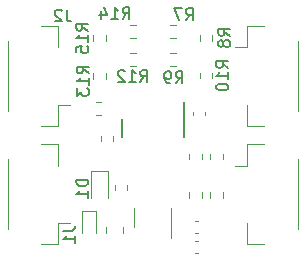
<source format=gbr>
G04 #@! TF.GenerationSoftware,KiCad,Pcbnew,(6.99.0-401-g0aca35bcab)*
G04 #@! TF.CreationDate,2022-01-13T12:34:39+01:00*
G04 #@! TF.ProjectId,TFI2CADT01A,54464932-4341-4445-9430-31412e6b6963,REV*
G04 #@! TF.SameCoordinates,PX78dfd90PY8290510*
G04 #@! TF.FileFunction,Legend,Bot*
G04 #@! TF.FilePolarity,Positive*
%FSLAX46Y46*%
G04 Gerber Fmt 4.6, Leading zero omitted, Abs format (unit mm)*
G04 Created by KiCad (PCBNEW (6.99.0-401-g0aca35bcab)) date 2022-01-13 12:34:39*
%MOMM*%
%LPD*%
G01*
G04 APERTURE LIST*
%ADD10C,0.150000*%
%ADD11C,0.120000*%
G04 APERTURE END LIST*
D10*
G04 #@! TO.C,R7*
X-111440934Y158145219D02*
X-111107601Y158621409D01*
X-110869506Y158145219D02*
X-110869506Y159145219D01*
X-110869506Y159145219D02*
X-111250458Y159145219D01*
X-111250458Y159145219D02*
X-111345696Y159097600D01*
X-111345696Y159097600D02*
X-111393315Y159049980D01*
X-111393315Y159049980D02*
X-111440934Y158954742D01*
X-111440934Y158954742D02*
X-111440934Y158811885D01*
X-111440934Y158811885D02*
X-111393315Y158716647D01*
X-111393315Y158716647D02*
X-111345696Y158669028D01*
X-111345696Y158669028D02*
X-111250458Y158621409D01*
X-111250458Y158621409D02*
X-110869506Y158621409D01*
X-111774268Y159145219D02*
X-112440934Y159145219D01*
X-112440934Y159145219D02*
X-112012363Y158145219D01*
G04 #@! TO.C,D1*
X-119723620Y144644094D02*
X-120723620Y144644094D01*
X-120723620Y144644094D02*
X-120723620Y144405999D01*
X-120723620Y144405999D02*
X-120676000Y144263142D01*
X-120676000Y144263142D02*
X-120580762Y144167904D01*
X-120580762Y144167904D02*
X-120485524Y144120285D01*
X-120485524Y144120285D02*
X-120295048Y144072666D01*
X-120295048Y144072666D02*
X-120152191Y144072666D01*
X-120152191Y144072666D02*
X-119961715Y144120285D01*
X-119961715Y144120285D02*
X-119866477Y144167904D01*
X-119866477Y144167904D02*
X-119771239Y144263142D01*
X-119771239Y144263142D02*
X-119723620Y144405999D01*
X-119723620Y144405999D02*
X-119723620Y144644094D01*
X-119723620Y143120285D02*
X-119723620Y143691713D01*
X-119723620Y143405999D02*
X-120723620Y143405999D01*
X-120723620Y143405999D02*
X-120580762Y143501237D01*
X-120580762Y143501237D02*
X-120485524Y143596475D01*
X-120485524Y143596475D02*
X-120437905Y143691713D01*
G04 #@! TO.C,R15*
X-119723620Y157271457D02*
X-120199810Y157604790D01*
X-119723620Y157842885D02*
X-120723620Y157842885D01*
X-120723620Y157842885D02*
X-120723620Y157461933D01*
X-120723620Y157461933D02*
X-120676000Y157366695D01*
X-120676000Y157366695D02*
X-120628381Y157319076D01*
X-120628381Y157319076D02*
X-120533143Y157271457D01*
X-120533143Y157271457D02*
X-120390286Y157271457D01*
X-120390286Y157271457D02*
X-120295048Y157319076D01*
X-120295048Y157319076D02*
X-120247429Y157366695D01*
X-120247429Y157366695D02*
X-120199810Y157461933D01*
X-120199810Y157461933D02*
X-120199810Y157842885D01*
X-119723620Y156319076D02*
X-119723620Y156890504D01*
X-119723620Y156604790D02*
X-120723620Y156604790D01*
X-120723620Y156604790D02*
X-120580762Y156700028D01*
X-120580762Y156700028D02*
X-120485524Y156795266D01*
X-120485524Y156795266D02*
X-120437905Y156890504D01*
X-120723620Y155414314D02*
X-120723620Y155890504D01*
X-120723620Y155890504D02*
X-120247429Y155938123D01*
X-120247429Y155938123D02*
X-120295048Y155890504D01*
X-120295048Y155890504D02*
X-120342667Y155795266D01*
X-120342667Y155795266D02*
X-120342667Y155557171D01*
X-120342667Y155557171D02*
X-120295048Y155461933D01*
X-120295048Y155461933D02*
X-120247429Y155414314D01*
X-120247429Y155414314D02*
X-120152191Y155366695D01*
X-120152191Y155366695D02*
X-119914096Y155366695D01*
X-119914096Y155366695D02*
X-119818858Y155414314D01*
X-119818858Y155414314D02*
X-119771239Y155461933D01*
X-119771239Y155461933D02*
X-119723620Y155557171D01*
X-119723620Y155557171D02*
X-119723620Y155795266D01*
X-119723620Y155795266D02*
X-119771239Y155890504D01*
X-119771239Y155890504D02*
X-119818858Y155938123D01*
G04 #@! TO.C,R12*
X-115303143Y152930619D02*
X-114969810Y153406809D01*
X-114731715Y152930619D02*
X-114731715Y153930619D01*
X-114731715Y153930619D02*
X-115112667Y153930619D01*
X-115112667Y153930619D02*
X-115207905Y153883000D01*
X-115207905Y153883000D02*
X-115255524Y153835380D01*
X-115255524Y153835380D02*
X-115303143Y153740142D01*
X-115303143Y153740142D02*
X-115303143Y153597285D01*
X-115303143Y153597285D02*
X-115255524Y153502047D01*
X-115255524Y153502047D02*
X-115207905Y153454428D01*
X-115207905Y153454428D02*
X-115112667Y153406809D01*
X-115112667Y153406809D02*
X-114731715Y153406809D01*
X-116255524Y152930619D02*
X-115684096Y152930619D01*
X-115969810Y152930619D02*
X-115969810Y153930619D01*
X-115969810Y153930619D02*
X-115874572Y153787761D01*
X-115874572Y153787761D02*
X-115779334Y153692523D01*
X-115779334Y153692523D02*
X-115684096Y153644904D01*
X-116636477Y153835380D02*
X-116684096Y153883000D01*
X-116684096Y153883000D02*
X-116779334Y153930619D01*
X-116779334Y153930619D02*
X-117017429Y153930619D01*
X-117017429Y153930619D02*
X-117112667Y153883000D01*
X-117112667Y153883000D02*
X-117160286Y153835380D01*
X-117160286Y153835380D02*
X-117207905Y153740142D01*
X-117207905Y153740142D02*
X-117207905Y153644904D01*
X-117207905Y153644904D02*
X-117160286Y153502047D01*
X-117160286Y153502047D02*
X-116588858Y152930619D01*
X-116588858Y152930619D02*
X-117207905Y152930619D01*
G04 #@! TO.C,R8*
X-107700820Y156833866D02*
X-108177010Y157167199D01*
X-107700820Y157405294D02*
X-108700820Y157405294D01*
X-108700820Y157405294D02*
X-108700820Y157024342D01*
X-108700820Y157024342D02*
X-108653200Y156929104D01*
X-108653200Y156929104D02*
X-108605581Y156881485D01*
X-108605581Y156881485D02*
X-108510343Y156833866D01*
X-108510343Y156833866D02*
X-108367486Y156833866D01*
X-108367486Y156833866D02*
X-108272248Y156881485D01*
X-108272248Y156881485D02*
X-108224629Y156929104D01*
X-108224629Y156929104D02*
X-108177010Y157024342D01*
X-108177010Y157024342D02*
X-108177010Y157405294D01*
X-108272248Y156262437D02*
X-108319867Y156357675D01*
X-108319867Y156357675D02*
X-108367486Y156405294D01*
X-108367486Y156405294D02*
X-108462724Y156452913D01*
X-108462724Y156452913D02*
X-108510343Y156452913D01*
X-108510343Y156452913D02*
X-108605581Y156405294D01*
X-108605581Y156405294D02*
X-108653200Y156357675D01*
X-108653200Y156357675D02*
X-108700820Y156262437D01*
X-108700820Y156262437D02*
X-108700820Y156071961D01*
X-108700820Y156071961D02*
X-108653200Y155976723D01*
X-108653200Y155976723D02*
X-108605581Y155929104D01*
X-108605581Y155929104D02*
X-108510343Y155881485D01*
X-108510343Y155881485D02*
X-108462724Y155881485D01*
X-108462724Y155881485D02*
X-108367486Y155929104D01*
X-108367486Y155929104D02*
X-108319867Y155976723D01*
X-108319867Y155976723D02*
X-108272248Y156071961D01*
X-108272248Y156071961D02*
X-108272248Y156262437D01*
X-108272248Y156262437D02*
X-108224629Y156357675D01*
X-108224629Y156357675D02*
X-108177010Y156405294D01*
X-108177010Y156405294D02*
X-108081772Y156452913D01*
X-108081772Y156452913D02*
X-107891296Y156452913D01*
X-107891296Y156452913D02*
X-107796058Y156405294D01*
X-107796058Y156405294D02*
X-107748439Y156357675D01*
X-107748439Y156357675D02*
X-107700820Y156262437D01*
X-107700820Y156262437D02*
X-107700820Y156071961D01*
X-107700820Y156071961D02*
X-107748439Y155976723D01*
X-107748439Y155976723D02*
X-107796058Y155929104D01*
X-107796058Y155929104D02*
X-107891296Y155881485D01*
X-107891296Y155881485D02*
X-108081772Y155881485D01*
X-108081772Y155881485D02*
X-108177010Y155929104D01*
X-108177010Y155929104D02*
X-108224629Y155976723D01*
X-108224629Y155976723D02*
X-108272248Y156071961D01*
G04 #@! TO.C,J1*
X-121832620Y140303333D02*
X-121118334Y140303333D01*
X-121118334Y140303333D02*
X-120975477Y140350952D01*
X-120975477Y140350952D02*
X-120880239Y140446190D01*
X-120880239Y140446190D02*
X-120832620Y140589047D01*
X-120832620Y140589047D02*
X-120832620Y140684285D01*
X-120832620Y139303333D02*
X-120832620Y139874761D01*
X-120832620Y139589047D02*
X-121832620Y139589047D01*
X-121832620Y139589047D02*
X-121689762Y139684285D01*
X-121689762Y139684285D02*
X-121594524Y139779523D01*
X-121594524Y139779523D02*
X-121546905Y139874761D01*
G04 #@! TO.C,R14*
X-116806743Y158246819D02*
X-116473410Y158723009D01*
X-116235315Y158246819D02*
X-116235315Y159246819D01*
X-116235315Y159246819D02*
X-116616267Y159246819D01*
X-116616267Y159246819D02*
X-116711505Y159199200D01*
X-116711505Y159199200D02*
X-116759124Y159151580D01*
X-116759124Y159151580D02*
X-116806743Y159056342D01*
X-116806743Y159056342D02*
X-116806743Y158913485D01*
X-116806743Y158913485D02*
X-116759124Y158818247D01*
X-116759124Y158818247D02*
X-116711505Y158770628D01*
X-116711505Y158770628D02*
X-116616267Y158723009D01*
X-116616267Y158723009D02*
X-116235315Y158723009D01*
X-117759124Y158246819D02*
X-117187696Y158246819D01*
X-117473410Y158246819D02*
X-117473410Y159246819D01*
X-117473410Y159246819D02*
X-117378172Y159103961D01*
X-117378172Y159103961D02*
X-117282934Y159008723D01*
X-117282934Y159008723D02*
X-117187696Y158961104D01*
X-118616267Y158913485D02*
X-118616267Y158246819D01*
X-118378172Y159294438D02*
X-118140077Y158580152D01*
X-118140077Y158580152D02*
X-118759124Y158580152D01*
G04 #@! TO.C,R13*
X-119689620Y153652457D02*
X-120165810Y153985790D01*
X-119689620Y154223885D02*
X-120689620Y154223885D01*
X-120689620Y154223885D02*
X-120689620Y153842933D01*
X-120689620Y153842933D02*
X-120642000Y153747695D01*
X-120642000Y153747695D02*
X-120594381Y153700076D01*
X-120594381Y153700076D02*
X-120499143Y153652457D01*
X-120499143Y153652457D02*
X-120356286Y153652457D01*
X-120356286Y153652457D02*
X-120261048Y153700076D01*
X-120261048Y153700076D02*
X-120213429Y153747695D01*
X-120213429Y153747695D02*
X-120165810Y153842933D01*
X-120165810Y153842933D02*
X-120165810Y154223885D01*
X-119689620Y152700076D02*
X-119689620Y153271504D01*
X-119689620Y152985790D02*
X-120689620Y152985790D01*
X-120689620Y152985790D02*
X-120546762Y153081028D01*
X-120546762Y153081028D02*
X-120451524Y153176266D01*
X-120451524Y153176266D02*
X-120403905Y153271504D01*
X-120689620Y152366742D02*
X-120689620Y151747695D01*
X-120689620Y151747695D02*
X-120308667Y152081028D01*
X-120308667Y152081028D02*
X-120308667Y151938171D01*
X-120308667Y151938171D02*
X-120261048Y151842933D01*
X-120261048Y151842933D02*
X-120213429Y151795314D01*
X-120213429Y151795314D02*
X-120118191Y151747695D01*
X-120118191Y151747695D02*
X-119880096Y151747695D01*
X-119880096Y151747695D02*
X-119784858Y151795314D01*
X-119784858Y151795314D02*
X-119737239Y151842933D01*
X-119737239Y151842933D02*
X-119689620Y151938171D01*
X-119689620Y151938171D02*
X-119689620Y152223885D01*
X-119689620Y152223885D02*
X-119737239Y152319123D01*
X-119737239Y152319123D02*
X-119784858Y152366742D01*
G04 #@! TO.C,R9*
X-112304534Y152811219D02*
X-111971201Y153287409D01*
X-111733106Y152811219D02*
X-111733106Y153811219D01*
X-111733106Y153811219D02*
X-112114058Y153811219D01*
X-112114058Y153811219D02*
X-112209296Y153763600D01*
X-112209296Y153763600D02*
X-112256915Y153715980D01*
X-112256915Y153715980D02*
X-112304534Y153620742D01*
X-112304534Y153620742D02*
X-112304534Y153477885D01*
X-112304534Y153477885D02*
X-112256915Y153382647D01*
X-112256915Y153382647D02*
X-112209296Y153335028D01*
X-112209296Y153335028D02*
X-112114058Y153287409D01*
X-112114058Y153287409D02*
X-111733106Y153287409D01*
X-112780725Y152811219D02*
X-112971201Y152811219D01*
X-112971201Y152811219D02*
X-113066439Y152858838D01*
X-113066439Y152858838D02*
X-113114058Y152906457D01*
X-113114058Y152906457D02*
X-113209296Y153049314D01*
X-113209296Y153049314D02*
X-113256915Y153239790D01*
X-113256915Y153239790D02*
X-113256915Y153620742D01*
X-113256915Y153620742D02*
X-113209296Y153715980D01*
X-113209296Y153715980D02*
X-113161677Y153763600D01*
X-113161677Y153763600D02*
X-113066439Y153811219D01*
X-113066439Y153811219D02*
X-112875963Y153811219D01*
X-112875963Y153811219D02*
X-112780725Y153763600D01*
X-112780725Y153763600D02*
X-112733106Y153715980D01*
X-112733106Y153715980D02*
X-112685487Y153620742D01*
X-112685487Y153620742D02*
X-112685487Y153382647D01*
X-112685487Y153382647D02*
X-112733106Y153287409D01*
X-112733106Y153287409D02*
X-112780725Y153239790D01*
X-112780725Y153239790D02*
X-112875963Y153192171D01*
X-112875963Y153192171D02*
X-113066439Y153192171D01*
X-113066439Y153192171D02*
X-113161677Y153239790D01*
X-113161677Y153239790D02*
X-113209296Y153287409D01*
X-113209296Y153287409D02*
X-113256915Y153382647D01*
G04 #@! TO.C,J2*
X-121535867Y159043619D02*
X-121535867Y158329333D01*
X-121535867Y158329333D02*
X-121488248Y158186476D01*
X-121488248Y158186476D02*
X-121393010Y158091238D01*
X-121393010Y158091238D02*
X-121250153Y158043619D01*
X-121250153Y158043619D02*
X-121154915Y158043619D01*
X-121964439Y158948380D02*
X-122012058Y158996000D01*
X-122012058Y158996000D02*
X-122107296Y159043619D01*
X-122107296Y159043619D02*
X-122345391Y159043619D01*
X-122345391Y159043619D02*
X-122440629Y158996000D01*
X-122440629Y158996000D02*
X-122488248Y158948380D01*
X-122488248Y158948380D02*
X-122535867Y158853142D01*
X-122535867Y158853142D02*
X-122535867Y158757904D01*
X-122535867Y158757904D02*
X-122488248Y158615047D01*
X-122488248Y158615047D02*
X-121916820Y158043619D01*
X-121916820Y158043619D02*
X-122535867Y158043619D01*
G04 #@! TO.C,R10*
X-107863620Y154109657D02*
X-108339810Y154442990D01*
X-107863620Y154681085D02*
X-108863620Y154681085D01*
X-108863620Y154681085D02*
X-108863620Y154300133D01*
X-108863620Y154300133D02*
X-108816000Y154204895D01*
X-108816000Y154204895D02*
X-108768381Y154157276D01*
X-108768381Y154157276D02*
X-108673143Y154109657D01*
X-108673143Y154109657D02*
X-108530286Y154109657D01*
X-108530286Y154109657D02*
X-108435048Y154157276D01*
X-108435048Y154157276D02*
X-108387429Y154204895D01*
X-108387429Y154204895D02*
X-108339810Y154300133D01*
X-108339810Y154300133D02*
X-108339810Y154681085D01*
X-107863620Y153157276D02*
X-107863620Y153728704D01*
X-107863620Y153442990D02*
X-108863620Y153442990D01*
X-108863620Y153442990D02*
X-108720762Y153538228D01*
X-108720762Y153538228D02*
X-108625524Y153633466D01*
X-108625524Y153633466D02*
X-108577905Y153728704D01*
X-108863620Y152538228D02*
X-108863620Y152442990D01*
X-108863620Y152442990D02*
X-108816000Y152347752D01*
X-108816000Y152347752D02*
X-108768381Y152300133D01*
X-108768381Y152300133D02*
X-108673143Y152252514D01*
X-108673143Y152252514D02*
X-108482667Y152204895D01*
X-108482667Y152204895D02*
X-108244572Y152204895D01*
X-108244572Y152204895D02*
X-108054096Y152252514D01*
X-108054096Y152252514D02*
X-107958858Y152300133D01*
X-107958858Y152300133D02*
X-107911239Y152347752D01*
X-107911239Y152347752D02*
X-107863620Y152442990D01*
X-107863620Y152442990D02*
X-107863620Y152538228D01*
X-107863620Y152538228D02*
X-107911239Y152633466D01*
X-107911239Y152633466D02*
X-107958858Y152681085D01*
X-107958858Y152681085D02*
X-108054096Y152728704D01*
X-108054096Y152728704D02*
X-108244572Y152776323D01*
X-108244572Y152776323D02*
X-108482667Y152776323D01*
X-108482667Y152776323D02*
X-108673143Y152728704D01*
X-108673143Y152728704D02*
X-108768381Y152681085D01*
X-108768381Y152681085D02*
X-108816000Y152633466D01*
X-108816000Y152633466D02*
X-108863620Y152538228D01*
D11*
G04 #@! TO.C,R7*
X-112308742Y156652700D02*
X-112783258Y156652700D01*
X-112308742Y157697700D02*
X-112783258Y157697700D01*
G04 #@! TO.C,D1*
X-118011000Y145391000D02*
X-118011000Y143106000D01*
X-119481000Y145391000D02*
X-118011000Y145391000D01*
X-119481000Y143106000D02*
X-119481000Y145391000D01*
G04 #@! TO.C,C2*
X-110681380Y139448000D02*
X-110400220Y139448000D01*
X-110681380Y138428000D02*
X-110400220Y138428000D01*
G04 #@! TO.C,D2*
X-120234000Y141967600D02*
X-119034000Y141967600D01*
X-119034000Y140117600D02*
X-119034000Y141967600D01*
X-120234000Y140117600D02*
X-120234000Y141967600D01*
G04 #@! TO.C,R5*
X-108341900Y143607058D02*
X-108341900Y143132542D01*
X-109386900Y143607058D02*
X-109386900Y143132542D01*
G04 #@! TO.C,R16*
X-111139500Y146383742D02*
X-111139500Y146858258D01*
X-110094500Y146383742D02*
X-110094500Y146858258D01*
G04 #@! TO.C,C3*
X-110681380Y141110000D02*
X-110400220Y141110000D01*
X-110681380Y140090000D02*
X-110400220Y140090000D01*
G04 #@! TO.C,R15*
X-118223500Y156865858D02*
X-118223500Y156391342D01*
X-119268500Y156865858D02*
X-119268500Y156391342D01*
G04 #@! TO.C,R12*
X-116183258Y155335500D02*
X-115708742Y155335500D01*
X-116183258Y154290500D02*
X-115708742Y154290500D01*
G04 #@! TO.C,J5*
X-104806000Y157641000D02*
X-106256000Y157641000D01*
X-106256000Y157641000D02*
X-106256000Y155841000D01*
X-101986000Y156371000D02*
X-101986000Y150441000D01*
X-106256000Y155841000D02*
X-107246000Y155841000D01*
X-104806000Y149171000D02*
X-106256000Y149171000D01*
X-106256000Y149171000D02*
X-106256000Y150971000D01*
G04 #@! TO.C,R8*
X-109223500Y156853658D02*
X-109223500Y156379142D01*
X-110268500Y156853658D02*
X-110268500Y156379142D01*
G04 #@! TO.C,J1*
X-123686000Y139171000D02*
X-122236000Y139171000D01*
X-122236000Y139171000D02*
X-122236000Y140971000D01*
X-126506000Y140441000D02*
X-126506000Y146371000D01*
X-122236000Y140971000D02*
X-121246000Y140971000D01*
X-123686000Y147641000D02*
X-122236000Y147641000D01*
X-122236000Y147641000D02*
X-122236000Y145841000D01*
G04 #@! TO.C,R14*
X-116183258Y157697700D02*
X-115708742Y157697700D01*
X-116183258Y156652700D02*
X-115708742Y156652700D01*
G04 #@! TO.C,U1*
X-115809200Y141478000D02*
X-115809200Y140678000D01*
X-115809200Y141478000D02*
X-115809200Y142278000D01*
X-112689200Y141478000D02*
X-112689200Y139678000D01*
X-112689200Y141478000D02*
X-112689200Y142278000D01*
G04 #@! TO.C,R13*
X-119268500Y153190942D02*
X-119268500Y153665458D01*
X-118223500Y153190942D02*
X-118223500Y153665458D01*
G04 #@! TO.C,R1*
X-117464100Y143729942D02*
X-117464100Y144204458D01*
X-116419100Y143729942D02*
X-116419100Y144204458D01*
G04 #@! TO.C,R6*
X-110119900Y143582658D02*
X-110119900Y143108142D01*
X-111164900Y143582658D02*
X-111164900Y143108142D01*
G04 #@! TO.C,R2*
X-117587500Y148370058D02*
X-117587500Y147895542D01*
X-118632500Y148370058D02*
X-118632500Y147895542D01*
G04 #@! TO.C,R9*
X-112308742Y154290500D02*
X-112783258Y154290500D01*
X-112308742Y155335500D02*
X-112783258Y155335500D01*
G04 #@! TO.C,R3*
X-118596142Y150150300D02*
X-119070658Y150150300D01*
X-118596142Y151195300D02*
X-119070658Y151195300D01*
G04 #@! TO.C,R17*
X-109361500Y146383742D02*
X-109361500Y146858258D01*
X-108316500Y146383742D02*
X-108316500Y146858258D01*
G04 #@! TO.C,J3*
X-104806000Y147641000D02*
X-106256000Y147641000D01*
X-106256000Y147641000D02*
X-106256000Y145841000D01*
X-101986000Y146371000D02*
X-101986000Y140441000D01*
X-106256000Y145841000D02*
X-107246000Y145841000D01*
X-104806000Y139171000D02*
X-106256000Y139171000D01*
X-106256000Y139171000D02*
X-106256000Y140971000D01*
G04 #@! TO.C,J2*
X-123686000Y149171000D02*
X-122236000Y149171000D01*
X-122236000Y149171000D02*
X-122236000Y150971000D01*
X-126506000Y150441000D02*
X-126506000Y156371000D01*
X-122236000Y150971000D02*
X-121246000Y150971000D01*
X-123686000Y157641000D02*
X-122236000Y157641000D01*
X-122236000Y157641000D02*
X-122236000Y155841000D01*
D10*
G04 #@! TO.C,U2*
X-116871000Y149758400D02*
X-116871000Y148258400D01*
X-111621000Y151258400D02*
X-111621000Y148258400D01*
D11*
G04 #@! TO.C,C1*
X-116765400Y140672452D02*
X-116765400Y140149948D01*
X-118235400Y140672452D02*
X-118235400Y140149948D01*
G04 #@! TO.C,R10*
X-110268500Y153229542D02*
X-110268500Y153704058D01*
X-109223500Y153229542D02*
X-109223500Y153704058D01*
G04 #@! TO.C,C4*
X-109853000Y150368580D02*
X-109853000Y150087420D01*
X-110873000Y150368580D02*
X-110873000Y150087420D01*
G04 #@! TD*
M02*

</source>
